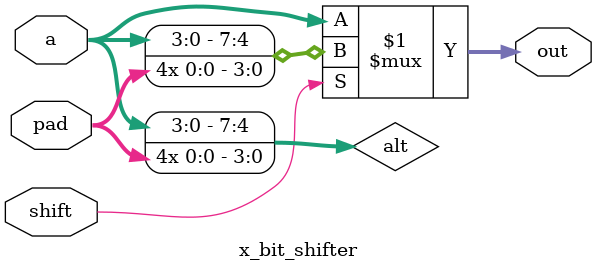
<source format=v>

module x_bit_shifter #(
  parameter BITS = 8,
  parameter SHIFT = 4
) (
  input [BITS-1:0] a,
  input shift,
  input pad,
  output [BITS-1:0] out
);

wire [BITS-1:0] alt;

assign alt = {a[(BITS-1-SHIFT):0], {SHIFT{pad}}};

assign out = shift ? alt : a;

endmodule

</source>
